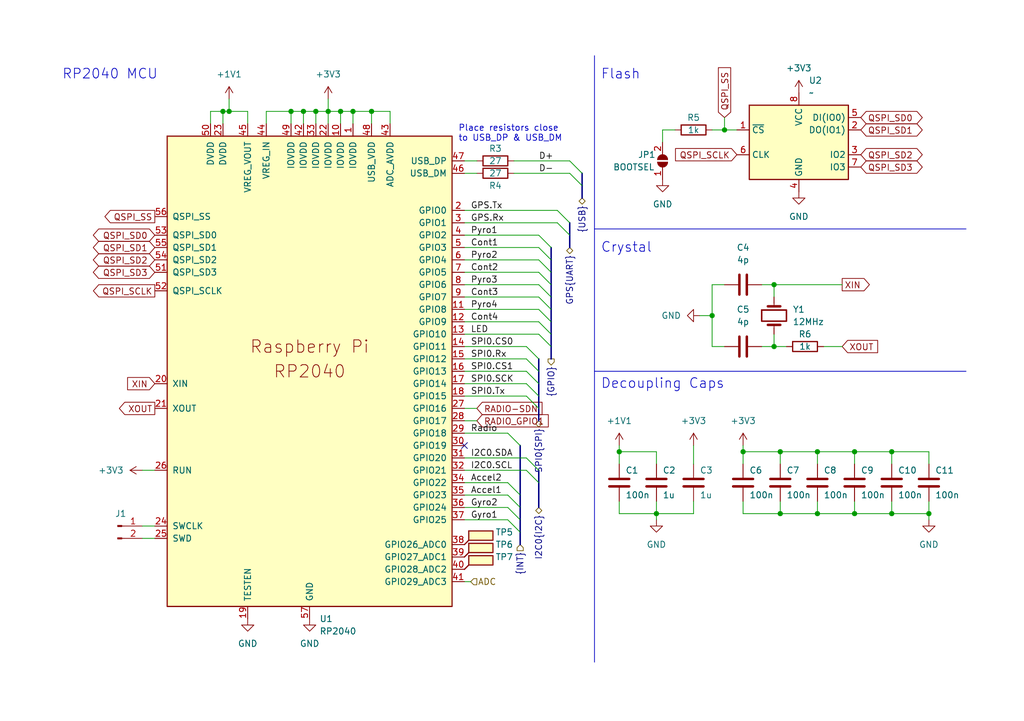
<source format=kicad_sch>
(kicad_sch (version 20230121) (generator eeschema)
  (paper "A5")
  (title_block (title "Phoenix - MPU") (comment 1 "2022/10/18 WH"))
  (lib_symbols
    (symbol "Connector:Conn_01x02_Male" (pin_names (offset 1.016) hide)
      (property "Reference" "J" (at 0 2.54 0))
      (property "Value" "Conn_01x02_Male" (at 0 -5.08 0))
      (symbol "Conn_01x02_Male_1_1"
        (polyline (pts (xy 1.27 -2.54) (xy 0.8636 -2.54)) (stroke (width 0.1524)))
        (polyline (pts (xy 1.27 0) (xy 0.8636 0)) (stroke (width 0.1524)))
        (rectangle (start 0.8636 -2.413) (end 0 -2.667) (stroke (width 0.1524)) (fill (type outline)))
        (rectangle (start 0.8636 0.127) (end 0 -0.127) (stroke (width 0.1524)) (fill (type outline)))
        (pin passive line (at 5.08 0 180) (length 3.81) (name "Pin_1") (number "1"))
        (pin passive line (at 5.08 -2.54 180) (length 3.81) (name "Pin_2") (number "2"))
      )
    )
    (symbol "Connector:TestPoint_Flag" (pin_numbers hide) (pin_names (offset 0.762) hide)
      (property "Reference" "TP" (at 3.429 1.778 0))
      (property "Value" "TestPoint_Flag" (at 3.302 4.191 0))
      (symbol "TestPoint_Flag_0_1"
        (polyline (pts (xy 0 0) (xy 0.889 0.889)) (stroke (width 0.254)))
        (rectangle (start 0.889 2.794) (end 5.842 0.889) (stroke (width 0.254)) (fill (type background)))
      )
      (symbol "TestPoint_Flag_1_1"
        (pin passive line (at 0 0 90) (length 0) (name "1") (number "1"))
      )
    )
    (symbol "Device:C" (pin_numbers hide) (pin_names (offset 0.254))
      (property "Reference" "C" (at 0.635 2.54 0))
      (property "Value" "C" (at 0.635 -2.54 0))
      (symbol "C_0_1"
        (polyline (pts (xy -2.032 -0.762) (xy 2.032 -0.762)) (stroke (width 0.508)))
        (polyline (pts (xy -2.032 0.762) (xy 2.032 0.762)) (stroke (width 0.508)))
      )
      (symbol "C_1_1"
        (pin passive line (at 0 3.81 270) (length 2.794) (name "~") (number "1"))
        (pin passive line (at 0 -3.81 90) (length 2.794) (name "~") (number "2"))
      )
    )
    (symbol "Device:Crystal" (pin_numbers hide) (pin_names (offset 1.016) hide)
      (property "Reference" "Y" (at 0 3.81 0))
      (property "Value" "Crystal" (at 0 -3.81 0))
      (symbol "Crystal_0_1"
        (rectangle (start -1.143 2.54) (end 1.143 -2.54) (stroke (width 0.3048)))
        (polyline (pts (xy -2.54 0) (xy -1.905 0)))
        (polyline (pts (xy -1.905 -1.27) (xy -1.905 1.27)) (stroke (width 0.508)))
        (polyline (pts (xy 1.905 -1.27) (xy 1.905 1.27)) (stroke (width 0.508)))
        (polyline (pts (xy 2.54 0) (xy 1.905 0)))
      )
      (symbol "Crystal_1_1"
        (pin passive line (at -3.81 0 0) (length 1.27) (name "1") (number "1"))
        (pin passive line (at 3.81 0 180) (length 1.27) (name "2") (number "2"))
      )
    )
    (symbol "Device:R" (pin_numbers hide) (pin_names (offset 0))
      (property "Reference" "R" (at 2.032 0 90))
      (property "Value" "R" (at 0 0 90))
      (symbol "R_0_1"
        (rectangle (start -1.016 -2.54) (end 1.016 2.54) (stroke (width 0.254)))
      )
      (symbol "R_1_1"
        (pin passive line (at 0 3.81 270) (length 1.27) (name "~") (number "1"))
        (pin passive line (at 0 -3.81 90) (length 1.27) (name "~") (number "2"))
      )
    )
    (symbol "Jumper:SolderJumper_2_Open" (pin_names (offset 0) hide)
      (property "Reference" "JP" (at 0 2.032 0))
      (property "Value" "SolderJumper_2_Open" (at 0 -2.54 0))
      (symbol "SolderJumper_2_Open_0_1"
        (arc (start -0.254 1.016) (mid -1.2656 0) (end -0.254 -1.016))
        (arc (start -0.254 1.016) (mid -1.2656 0) (end -0.254 -1.016) (fill (type outline)))
        (polyline (pts (xy -0.254 1.016) (xy -0.254 -1.016)))
        (polyline (pts (xy 0.254 1.016) (xy 0.254 -1.016)))
        (arc (start 0.254 -1.016) (mid 1.2656 0) (end 0.254 1.016))
        (arc (start 0.254 -1.016) (mid 1.2656 0) (end 0.254 1.016) (fill (type outline)))
      )
      (symbol "SolderJumper_2_Open_1_1"
        (pin passive line (at -3.81 0 0) (length 2.54) (name "A") (number "1"))
        (pin passive line (at 3.81 0 180) (length 2.54) (name "B") (number "2"))
      )
    )
    (symbol "Memory_Flash:W25Q32JVSS"
      (property "Reference" "U" (at -8.89 8.89 0))
      (property "Value" "W25Q32JVSS" (at 7.62 8.89 0))
      (symbol "W25Q32JVSS_0_1"
        (rectangle (start -10.16 7.62) (end 10.16 -7.62) (stroke (width 0.254)) (fill (type background)))
      )
      (symbol "W25Q32JVSS_1_1"
        (pin input line (at -12.7 2.54 0) (length 2.54) (name "~{CS}") (number "1"))
        (pin bidirectional line (at 12.7 2.54 180) (length 2.54) (name "DO(IO1)") (number "2"))
        (pin bidirectional line (at 12.7 -2.54 180) (length 2.54) (name "IO2") (number "3"))
        (pin power_in line (at 0 -10.16 90) (length 2.54) (name "GND") (number "4"))
        (pin bidirectional line (at 12.7 5.08 180) (length 2.54) (name "DI(IO0)") (number "5"))
        (pin input line (at -12.7 -2.54 0) (length 2.54) (name "CLK") (number "6"))
        (pin bidirectional line (at 12.7 -5.08 180) (length 2.54) (name "IO3") (number "7"))
        (pin power_in line (at 0 10.16 270) (length 2.54) (name "VCC") (number "8"))
      )
    )
    (symbol "YAR_MCU:RP2040" (pin_names (offset 1.016))
      (property "Reference" "U3" (at 2.0194 -50.8 0))
      (property "Value" "RP2040" (at 2.0194 -53.34 0))
      (symbol "RP2040_0_0"
        (text "Raspberry Pi" (at 0 5.08 0) (effects (font (size 2.54 2.54))))
        (text "RP2040" (at 0 0 0) (effects (font (size 2.54 2.54))))
      )
      (symbol "RP2040_0_1"
        (rectangle (start 29.21 48.26) (end -29.21 -48.26) (stroke (width 0.254)) (fill (type background)))
      )
      (symbol "RP2040_1_1"
        (pin power_in line (at 8.89 50.8 270) (length 2.54) (name "IOVDD") (number "1"))
        (pin power_in line (at 6.35 50.8 270) (length 2.54) (name "IOVDD") (number "10"))
        (pin bidirectional line (at 31.75 12.7 180) (length 2.54) (name "GPIO8") (number "11"))
        (pin bidirectional line (at 31.75 10.16 180) (length 2.54) (name "GPIO9") (number "12"))
        (pin bidirectional line (at 31.75 7.62 180) (length 2.54) (name "GPIO10") (number "13"))
        (pin bidirectional line (at 31.75 5.08 180) (length 2.54) (name "GPIO11") (number "14"))
        (pin bidirectional line (at 31.75 2.54 180) (length 2.54) (name "GPIO12") (number "15"))
        (pin bidirectional line (at 31.75 0 180) (length 2.54) (name "GPIO13") (number "16"))
        (pin bidirectional line (at 31.75 -2.54 180) (length 2.54) (name "GPIO14") (number "17"))
        (pin bidirectional line (at 31.75 -5.08 180) (length 2.54) (name "GPIO15") (number "18"))
        (pin passive line (at -12.7 -50.8 90) (length 2.54) (name "TESTEN") (number "19"))
        (pin bidirectional line (at 31.75 33.02 180) (length 2.54) (name "GPIO0") (number "2"))
        (pin input line (at -31.75 -2.54 0) (length 2.54) (name "XIN") (number "20"))
        (pin passive line (at -31.75 -7.62 0) (length 2.54) (name "XOUT") (number "21"))
        (pin power_in line (at 3.81 50.8 270) (length 2.54) (name "IOVDD") (number "22"))
        (pin power_in line (at -17.78 50.8 270) (length 2.54) (name "DVDD") (number "23"))
        (pin output line (at -31.75 -31.75 0) (length 2.54) (name "SWCLK") (number "24"))
        (pin bidirectional line (at -31.75 -34.29 0) (length 2.54) (name "SWD") (number "25"))
        (pin input line (at -31.75 -20.32 0) (length 2.54) (name "RUN") (number "26"))
        (pin bidirectional line (at 31.75 -7.62 180) (length 2.54) (name "GPIO16") (number "27"))
        (pin bidirectional line (at 31.75 -10.16 180) (length 2.54) (name "GPIO17") (number "28"))
        (pin bidirectional line (at 31.75 -12.7 180) (length 2.54) (name "GPIO18") (number "29"))
        (pin bidirectional line (at 31.75 30.48 180) (length 2.54) (name "GPIO1") (number "3"))
        (pin bidirectional line (at 31.75 -15.24 180) (length 2.54) (name "GPIO19") (number "30"))
        (pin bidirectional line (at 31.75 -17.78 180) (length 2.54) (name "GPIO20") (number "31"))
        (pin bidirectional line (at 31.75 -20.32 180) (length 2.54) (name "GPIO21") (number "32"))
        (pin power_in line (at 1.27 50.8 270) (length 2.54) (name "IOVDD") (number "33"))
        (pin bidirectional line (at 31.75 -22.86 180) (length 2.54) (name "GPIO22") (number "34"))
        (pin bidirectional line (at 31.75 -25.4 180) (length 2.54) (name "GPIO23") (number "35"))
        (pin bidirectional line (at 31.75 -27.94 180) (length 2.54) (name "GPIO24") (number "36"))
        (pin bidirectional line (at 31.75 -30.48 180) (length 2.54) (name "GPIO25") (number "37"))
        (pin bidirectional line (at 31.75 -35.56 180) (length 2.54) (name "GPIO26_ADC0") (number "38"))
        (pin bidirectional line (at 31.75 -38.1 180) (length 2.54) (name "GPIO27_ADC1") (number "39"))
        (pin bidirectional line (at 31.75 27.94 180) (length 2.54) (name "GPIO2") (number "4"))
        (pin bidirectional line (at 31.75 -40.64 180) (length 2.54) (name "GPIO28_ADC2") (number "40"))
        (pin bidirectional line (at 31.75 -43.18 180) (length 2.54) (name "GPIO29_ADC3") (number "41"))
        (pin power_in line (at -1.27 50.8 270) (length 2.54) (name "IOVDD") (number "42"))
        (pin power_in line (at 16.51 50.8 270) (length 2.54) (name "ADC_AVDD") (number "43"))
        (pin power_in line (at -8.89 50.8 270) (length 2.54) (name "VREG_IN") (number "44"))
        (pin power_out line (at -12.7 50.8 270) (length 2.54) (name "VREG_VOUT") (number "45"))
        (pin bidirectional line (at 31.75 40.64 180) (length 2.54) (name "USB_DM") (number "46"))
        (pin bidirectional line (at 31.75 43.18 180) (length 2.54) (name "USB_DP") (number "47"))
        (pin power_in line (at 12.7 50.8 270) (length 2.54) (name "USB_VDD") (number "48"))
        (pin power_in line (at -3.81 50.8 270) (length 2.54) (name "IOVDD") (number "49"))
        (pin bidirectional line (at 31.75 25.4 180) (length 2.54) (name "GPIO3") (number "5"))
        (pin power_in line (at -20.32 50.8 270) (length 2.54) (name "DVDD") (number "50"))
        (pin bidirectional line (at -31.75 20.32 0) (length 2.54) (name "QSPI_SD3") (number "51"))
        (pin output line (at -31.75 16.51 0) (length 2.54) (name "QSPI_SCLK") (number "52"))
        (pin bidirectional line (at -31.75 27.94 0) (length 2.54) (name "QSPI_SD0") (number "53"))
        (pin bidirectional line (at -31.75 22.86 0) (length 2.54) (name "QSPI_SD2") (number "54"))
        (pin bidirectional line (at -31.75 25.4 0) (length 2.54) (name "QSPI_SD1") (number "55"))
        (pin bidirectional line (at -31.75 31.75 0) (length 2.54) (name "QSPI_SS") (number "56"))
        (pin power_in line (at 0 -50.8 90) (length 2.54) (name "GND") (number "57"))
        (pin bidirectional line (at 31.75 22.86 180) (length 2.54) (name "GPIO4") (number "6"))
        (pin bidirectional line (at 31.75 20.32 180) (length 2.54) (name "GPIO5") (number "7"))
        (pin bidirectional line (at 31.75 17.78 180) (length 2.54) (name "GPIO6") (number "8"))
        (pin bidirectional line (at 31.75 15.24 180) (length 2.54) (name "GPIO7") (number "9"))
      )
    )
    (symbol "power:+1V1" (power) (pin_names (offset 0))
      (property "Value" "+1V1" (at 0 3.556 0))
      (symbol "+1V1_0_1"
        (polyline (pts (xy -0.762 1.27) (xy 0 2.54)))
        (polyline (pts (xy 0 0) (xy 0 2.54)))
        (polyline (pts (xy 0 2.54) (xy 0.762 1.27)))
      )
      (symbol "+1V1_1_1"
        (pin power_in line (at 0 0 90) (length 0) hide (name "+1V1") (number "1"))
      )
    )
    (symbol "power:+3.3V" (power) (pin_names (offset 0))
      (property "Value" "+3.3V" (at 0 3.556 0))
      (symbol "+3.3V_0_1"
        (polyline (pts (xy -0.762 1.27) (xy 0 2.54)))
        (polyline (pts (xy 0 0) (xy 0 2.54)))
        (polyline (pts (xy 0 2.54) (xy 0.762 1.27)))
      )
      (symbol "+3.3V_1_1"
        (pin power_in line (at 0 0 90) (length 0) hide (name "+3V3") (number "1"))
      )
    )
    (symbol "power:GND" (power) (pin_names (offset 0))
      (property "Value" "GND" (at 0 -3.81 0))
      (symbol "GND_0_1"
        (polyline (pts (xy 0 0) (xy 0 -1.27) (xy 1.27 -1.27) (xy 0 -2.54) (xy -1.27 -1.27) (xy 0 -1.27)))
      )
      (symbol "GND_1_1"
        (pin power_in line (at 0 0 270) (length 0) hide (name "GND") (number "1"))
      )
    )
  )
  (bus_alias "GPIO" (members "Pyro[1..4]" "ADC[0..2]" "GPIO[15..18]" "Cont[1..4]" "LED"))
  (junction (at 76.2 22.86))
  (junction (at 45.72 22.86))
  (junction (at 59.69 22.86))
  (junction (at 167.64 92.71))
  (junction (at 190.5 105.41))
  (junction (at 182.88 92.71))
  (junction (at 158.75 58.42))
  (junction (at 152.4 92.71))
  (junction (at 175.26 105.41))
  (junction (at 127 92.71))
  (junction (at 146.05 64.77))
  (junction (at 134.62 105.41))
  (junction (at 160.02 105.41))
  (junction (at 158.75 71.12))
  (junction (at 67.31 22.86))
  (junction (at 148.59 26.67))
  (junction (at 182.88 105.41))
  (junction (at 160.02 92.71))
  (junction (at 62.23 22.86))
  (junction (at 64.77 22.86))
  (junction (at 72.39 22.86))
  (junction (at 69.85 22.86))
  (junction (at 175.26 92.71))
  (junction (at 167.64 105.41))
  (junction (at 46.99 22.86))
  (no_connect (at 95.25 91.44))
  (bus_entry (at 113.03 55.88) (size -2.54 -2.54))
  (bus_entry (at 106.68 91.44) (size -2.54 -2.54))
  (bus_entry (at 114.3 43.18) (size 2.54 2.54))
  (bus_entry (at 114.3 45.72) (size 2.54 2.54))
  (bus_entry (at 110.49 78.74) (size -2.54 -2.54))
  (bus_entry (at 106.68 109.22) (size -2.54 -2.54))
  (bus_entry (at 113.03 63.5) (size -2.54 -2.54))
  (bus_entry (at 106.68 101.6) (size -2.54 -2.54))
  (bus_entry (at 113.03 53.34) (size -2.54 -2.54))
  (bus_entry (at 113.03 60.96) (size -2.54 -2.54))
  (bus_entry (at 116.84 33.02) (size 2.54 2.54))
  (bus_entry (at 116.84 35.56) (size 2.54 2.54))
  (bus_entry (at 106.68 104.14) (size -2.54 -2.54))
  (bus_entry (at 110.49 81.28) (size -2.54 -2.54))
  (bus_entry (at 110.49 73.66) (size -2.54 -2.54))
  (bus_entry (at 113.03 71.12) (size -2.54 -2.54))
  (bus_entry (at 110.49 76.2) (size -2.54 -2.54))
  (bus_entry (at 113.03 66.04) (size -2.54 -2.54))
  (bus_entry (at 110.49 99.06) (size -2.54 -2.54))
  (bus_entry (at 110.49 96.52) (size -2.54 -2.54))
  (bus_entry (at 113.03 68.58) (size -2.54 -2.54))
  (bus_entry (at 106.68 106.68) (size -2.54 -2.54))
  (bus_entry (at 113.03 50.8) (size -2.54 -2.54))
  (bus_entry (at 110.49 83.82) (size -2.54 -2.54))
  (bus_entry (at 113.03 58.42) (size -2.54 -2.54))
  (wire (pts (xy 152.4 92.71) (xy 160.02 92.71)))
  (wire (pts (xy 134.62 92.71) (xy 134.62 95.25)))
  (polyline (pts (xy 121.92 11.43) (xy 121.92 135.89)))
  (wire (pts (xy 182.88 105.41) (xy 190.5 105.41)))
  (wire (pts (xy 95.25 71.12) (xy 107.95 71.12)))
  (wire (pts (xy 46.99 22.86) (xy 45.72 22.86)))
  (wire (pts (xy 156.21 71.12) (xy 158.75 71.12)))
  (wire (pts (xy 76.2 22.86) (xy 76.2 25.4)))
  (wire (pts (xy 95.25 99.06) (xy 104.14 99.06)))
  (wire (pts (xy 182.88 92.71) (xy 190.5 92.71)))
  (bus (pts (xy 113.03 63.5) (xy 113.03 66.04)))
  (wire (pts (xy 146.05 58.42) (xy 146.05 64.77)))
  (wire (pts (xy 72.39 22.86) (xy 76.2 22.86)))
  (wire (pts (xy 95.25 93.98) (xy 107.95 93.98)))
  (bus (pts (xy 106.68 101.6) (xy 106.68 104.14)))
  (wire (pts (xy 160.02 92.71) (xy 167.64 92.71)))
  (wire (pts (xy 127 105.41) (xy 127 102.87)))
  (wire (pts (xy 95.25 73.66) (xy 107.95 73.66)))
  (bus (pts (xy 113.03 68.58) (xy 113.03 71.12)))
  (wire (pts (xy 95.25 33.02) (xy 97.79 33.02)))
  (wire (pts (xy 190.5 106.68) (xy 190.5 105.41)))
  (wire (pts (xy 95.25 50.8) (xy 110.49 50.8)))
  (wire (pts (xy 76.2 22.86) (xy 80.01 22.86)))
  (wire (pts (xy 95.25 86.36) (xy 97.79 86.36)))
  (polyline (pts (xy 198.12 76.2) (xy 121.92 76.2)))
  (wire (pts (xy 95.25 88.9) (xy 104.14 88.9)))
  (wire (pts (xy 134.62 105.41) (xy 142.24 105.41)))
  (wire (pts (xy 160.02 102.87) (xy 160.02 105.41)))
  (wire (pts (xy 158.75 58.42) (xy 172.72 58.42)))
  (wire (pts (xy 175.26 102.87) (xy 175.26 105.41)))
  (bus (pts (xy 113.03 50.8) (xy 113.03 53.34)))
  (wire (pts (xy 69.85 22.86) (xy 69.85 25.4)))
  (bus (pts (xy 110.49 83.82) (xy 110.49 86.36)))
  (wire (pts (xy 43.18 25.4) (xy 43.18 22.86)))
  (wire (pts (xy 138.43 26.67) (xy 135.89 26.67)))
  (wire (pts (xy 142.24 105.41) (xy 142.24 102.87)))
  (wire (pts (xy 158.75 71.12) (xy 161.29 71.12)))
  (wire (pts (xy 135.89 26.67) (xy 135.89 29.21)))
  (wire (pts (xy 152.4 92.71) (xy 152.4 95.25)))
  (wire (pts (xy 95.25 76.2) (xy 107.95 76.2)))
  (wire (pts (xy 43.18 22.86) (xy 45.72 22.86)))
  (wire (pts (xy 167.64 105.41) (xy 175.26 105.41)))
  (wire (pts (xy 182.88 92.71) (xy 182.88 95.25)))
  (wire (pts (xy 105.41 33.02) (xy 116.84 33.02)))
  (bus (pts (xy 110.49 78.74) (xy 110.49 81.28)))
  (wire (pts (xy 160.02 105.41) (xy 167.64 105.41)))
  (wire (pts (xy 95.25 78.74) (xy 107.95 78.74)))
  (wire (pts (xy 158.75 60.96) (xy 158.75 58.42)))
  (wire (pts (xy 95.25 104.14) (xy 104.14 104.14)))
  (wire (pts (xy 175.26 92.71) (xy 175.26 95.25)))
  (bus (pts (xy 110.49 96.52) (xy 110.49 99.06)))
  (wire (pts (xy 50.8 22.86) (xy 46.99 22.86)))
  (wire (pts (xy 95.25 106.68) (xy 104.14 106.68)))
  (wire (pts (xy 167.64 92.71) (xy 167.64 95.25)))
  (bus (pts (xy 110.49 76.2) (xy 110.49 78.74)))
  (bus (pts (xy 110.49 99.06) (xy 110.49 104.14)))
  (wire (pts (xy 69.85 22.86) (xy 72.39 22.86)))
  (wire (pts (xy 142.24 91.44) (xy 142.24 95.25)))
  (bus (pts (xy 110.49 73.66) (xy 110.49 76.2)))
  (bus (pts (xy 119.38 38.1) (xy 119.38 40.64)))
  (bus (pts (xy 113.03 53.34) (xy 113.03 55.88)))
  (polyline (pts (xy 121.92 46.99) (xy 198.12 46.99)))
  (wire (pts (xy 127 92.71) (xy 127 95.25)))
  (bus (pts (xy 113.03 55.88) (xy 113.03 58.42)))
  (wire (pts (xy 50.8 25.4) (xy 50.8 22.86)))
  (wire (pts (xy 143.51 64.77) (xy 146.05 64.77)))
  (wire (pts (xy 146.05 64.77) (xy 146.05 71.12)))
  (wire (pts (xy 29.21 110.49) (xy 31.75 110.49)))
  (wire (pts (xy 146.05 71.12) (xy 148.59 71.12)))
  (wire (pts (xy 62.23 22.86) (xy 64.77 22.86)))
  (wire (pts (xy 127 92.71) (xy 134.62 92.71)))
  (wire (pts (xy 95.25 45.72) (xy 114.3 45.72)))
  (wire (pts (xy 167.64 102.87) (xy 167.64 105.41)))
  (wire (pts (xy 95.25 101.6) (xy 104.14 101.6)))
  (wire (pts (xy 105.41 35.56) (xy 116.84 35.56)))
  (wire (pts (xy 62.23 22.86) (xy 62.23 25.4)))
  (wire (pts (xy 95.25 63.5) (xy 110.49 63.5)))
  (wire (pts (xy 182.88 102.87) (xy 182.88 105.41)))
  (wire (pts (xy 152.4 105.41) (xy 160.02 105.41)))
  (bus (pts (xy 116.84 48.26) (xy 116.84 50.8)))
  (wire (pts (xy 95.25 96.52) (xy 107.95 96.52)))
  (wire (pts (xy 134.62 102.87) (xy 134.62 105.41)))
  (wire (pts (xy 59.69 22.86) (xy 62.23 22.86)))
  (wire (pts (xy 167.64 92.71) (xy 175.26 92.71)))
  (wire (pts (xy 64.77 22.86) (xy 67.31 22.86)))
  (wire (pts (xy 95.25 68.58) (xy 110.49 68.58)))
  (bus (pts (xy 116.84 45.72) (xy 116.84 48.26)))
  (bus (pts (xy 113.03 71.12) (xy 113.03 73.66)))
  (wire (pts (xy 190.5 92.71) (xy 190.5 95.25)))
  (wire (pts (xy 175.26 92.71) (xy 182.88 92.71)))
  (wire (pts (xy 59.69 25.4) (xy 59.69 22.86)))
  (bus (pts (xy 113.03 60.96) (xy 113.03 63.5)))
  (wire (pts (xy 95.25 60.96) (xy 110.49 60.96)))
  (bus (pts (xy 106.68 91.44) (xy 106.68 101.6)))
  (wire (pts (xy 148.59 24.13) (xy 148.59 26.67)))
  (wire (pts (xy 168.91 71.12) (xy 172.72 71.12)))
  (wire (pts (xy 67.31 22.86) (xy 67.31 25.4)))
  (bus (pts (xy 110.49 81.28) (xy 110.49 83.82)))
  (wire (pts (xy 127 91.44) (xy 127 92.71)))
  (wire (pts (xy 95.25 66.04) (xy 110.49 66.04)))
  (wire (pts (xy 45.72 22.86) (xy 45.72 25.4)))
  (wire (pts (xy 152.4 102.87) (xy 152.4 105.41)))
  (wire (pts (xy 95.25 83.82) (xy 97.79 83.82)))
  (wire (pts (xy 156.21 58.42) (xy 158.75 58.42)))
  (wire (pts (xy 175.26 105.41) (xy 182.88 105.41)))
  (wire (pts (xy 148.59 26.67) (xy 151.13 26.67)))
  (wire (pts (xy 67.31 22.86) (xy 69.85 22.86)))
  (wire (pts (xy 95.25 119.38) (xy 96.52 119.38)))
  (wire (pts (xy 54.61 25.4) (xy 54.61 22.86)))
  (bus (pts (xy 119.38 35.56) (xy 119.38 38.1)))
  (bus (pts (xy 113.03 66.04) (xy 113.03 68.58)))
  (wire (pts (xy 152.4 91.44) (xy 152.4 92.71)))
  (bus (pts (xy 113.03 58.42) (xy 113.03 60.96)))
  (bus (pts (xy 106.68 109.22) (xy 106.68 111.76)))
  (wire (pts (xy 95.25 43.18) (xy 114.3 43.18)))
  (wire (pts (xy 54.61 22.86) (xy 59.69 22.86)))
  (wire (pts (xy 95.25 81.28) (xy 107.95 81.28)))
  (wire (pts (xy 95.25 35.56) (xy 97.79 35.56)))
  (wire (pts (xy 64.77 22.86) (xy 64.77 25.4)))
  (wire (pts (xy 46.99 20.32) (xy 46.99 22.86)))
  (wire (pts (xy 95.25 48.26) (xy 110.49 48.26)))
  (wire (pts (xy 158.75 68.58) (xy 158.75 71.12)))
  (wire (pts (xy 134.62 105.41) (xy 134.62 106.68)))
  (wire (pts (xy 80.01 22.86) (xy 80.01 25.4)))
  (wire (pts (xy 29.21 96.52) (xy 31.75 96.52)))
  (wire (pts (xy 29.21 107.95) (xy 31.75 107.95)))
  (wire (pts (xy 95.25 53.34) (xy 110.49 53.34)))
  (wire (pts (xy 148.59 58.42) (xy 146.05 58.42)))
  (wire (pts (xy 67.31 20.32) (xy 67.31 22.86)))
  (wire (pts (xy 146.05 26.67) (xy 148.59 26.67)))
  (wire (pts (xy 190.5 102.87) (xy 190.5 105.41)))
  (wire (pts (xy 95.25 58.42) (xy 110.49 58.42)))
  (wire (pts (xy 160.02 92.71) (xy 160.02 95.25)))
  (bus (pts (xy 106.68 104.14) (xy 106.68 106.68)))
  (wire (pts (xy 95.25 55.88) (xy 110.49 55.88)))
  (wire (pts (xy 72.39 22.86) (xy 72.39 25.4)))
  (wire (pts (xy 134.62 105.41) (xy 127 105.41)))
  (bus (pts (xy 106.68 106.68) (xy 106.68 109.22)))
  (text "Crystal\n" (at 123.19 52.07 0) (effects (font (size 2 2)) (justify left bottom)))
  (text "Flash" (at 123.19 16.51 0) (effects (font (size 2 2)) (justify left bottom)))
  (text "Decoupling Caps" (at 123.19 80.01 0) (effects (font (size 2 2)) (justify left bottom)))
  (text "Place resistors close \nto USB_DP & USB_DM" (at 93.98 29.21 0) (effects (font (size 1.27 1.27)) (justify left bottom)))
  (text "RP2040 MCU" (at 12.7 16.51 0) (effects (font (size 2 2)) (justify left bottom)))
  (label "SPI0.Tx" (at 96.52 81.28 0))
  (label "I2C0.SCL" (at 96.52 96.52 0))
  (label "SPI0.CS0" (at 96.52 71.12 0))
  (label "Pyro4" (at 96.52 63.5 0))
  (label "Radio" (at 96.52 88.9 0))
  (label "Accel2" (at 96.52 99.06 0))
  (label "Cont1" (at 96.52 50.8 0))
  (label "SPI0.SCK" (at 96.52 78.74 0))
  (label "Pyro3" (at 96.52 58.42 0))
  (label "GPS.Tx" (at 96.52 43.18 0))
  (label "I2C0.SDA" (at 96.52 93.98 0))
  (label "D+" (at 110.49 33.02 0))
  (label "LED" (at 96.52 68.58 0))
  (label "D-" (at 110.49 35.56 0))
  (label "Pyro2" (at 96.52 53.34 0))
  (label "SPI0.Rx" (at 96.52 73.66 0))
  (label "Gyro1" (at 96.52 106.68 0))
  (label "Gyro2" (at 96.52 104.14 0))
  (label "SPI0.CS1" (at 96.52 76.2 0))
  (label "Accel1" (at 96.52 101.6 0))
  (label "Cont2" (at 96.52 55.88 0))
  (label "Cont3" (at 96.52 60.96 0))
  (label "Pyro1" (at 96.52 48.26 0))
  (label "GPS.Rx" (at 96.52 45.72 0))
  (label "Cont4" (at 96.52 66.04 0))
  (global_label "RADIO_GPIO1" (shape input) (at 97.79 86.36 0) (property "Intersheetrefs" "${INTERSHEET_REFS}" (effects hide)))
  (global_label "XOUT" (shape output) (at 31.75 83.82 180) (property "Intersheetrefs" "${INTERSHEET_REFS}" (effects hide)))
  (global_label "QSPI_SD3" (shape bidirectional) (at 31.75 55.88 180) (property "Intersheetrefs" "${INTERSHEET_REFS}" (effects hide)))
  (global_label "XIN" (shape input) (at 31.75 78.74 180) (property "Intersheetrefs" "${INTERSHEET_REFS}" (effects hide)))
  (global_label "QSPI_SD1" (shape bidirectional) (at 176.53 26.67 0) (property "Intersheetrefs" "${INTERSHEET_REFS}" (effects hide)))
  (global_label "QSPI_SD2" (shape bidirectional) (at 31.75 53.34 180) (property "Intersheetrefs" "${INTERSHEET_REFS}" (effects hide)))
  (global_label "QSPI_SCLK" (shape input) (at 151.13 31.75 180) (property "Intersheetrefs" "${INTERSHEET_REFS}" (effects hide)))
  (global_label "QSPI_SS" (shape input) (at 148.59 24.13 90) (property "Intersheetrefs" "${INTERSHEET_REFS}" (effects hide)))
  (global_label "QSPI_SD3" (shape bidirectional) (at 176.53 34.29 0) (property "Intersheetrefs" "${INTERSHEET_REFS}" (effects hide)))
  (global_label "QSPI_SS" (shape output) (at 31.75 44.45 180) (property "Intersheetrefs" "${INTERSHEET_REFS}" (effects hide)))
  (global_label "QSPI_SD0" (shape bidirectional) (at 176.53 24.13 0) (property "Intersheetrefs" "${INTERSHEET_REFS}" (effects hide)))
  (global_label "QSPI_SCLK" (shape output) (at 31.75 59.69 180) (property "Intersheetrefs" "${INTERSHEET_REFS}" (effects hide)))
  (global_label "QSPI_SD2" (shape bidirectional) (at 176.53 31.75 0) (property "Intersheetrefs" "${INTERSHEET_REFS}" (effects hide)))
  (global_label "QSPI_SD1" (shape bidirectional) (at 31.75 50.8 180) (property "Intersheetrefs" "${INTERSHEET_REFS}" (effects hide)))
  (global_label "XIN" (shape output) (at 172.72 58.42 0) (property "Intersheetrefs" "${INTERSHEET_REFS}" (effects hide)))
  (global_label "XOUT" (shape input) (at 172.72 71.12 0) (property "Intersheetrefs" "${INTERSHEET_REFS}" (effects hide)))
  (global_label "RADIO-SDN" (shape input) (at 97.79 83.82 0) (property "Intersheetrefs" "${INTERSHEET_REFS}" (effects hide)))
  (global_label "QSPI_SD0" (shape bidirectional) (at 31.75 48.26 180) (property "Intersheetrefs" "${INTERSHEET_REFS}" (effects hide)))
  (hierarchical_label "{INT}" (shape input) (at 106.68 111.76 270))
  (hierarchical_label "{USB}" (shape bidirectional) (at 119.38 40.64 270))
  (hierarchical_label "GPS{UART}" (shape bidirectional) (at 116.84 50.8 270))
  (hierarchical_label "I2C0{I2C}" (shape bidirectional) (at 110.49 104.14 270))
  (hierarchical_label "ADC" (shape input) (at 96.52 119.38 0))
  (hierarchical_label "SPI0{SPI}" (shape bidirectional) (at 110.49 86.36 270))
  (hierarchical_label "{GPIO}" (shape output) (at 113.03 73.66 270))
  (symbol (lib_id "power:GND") (at 190.5 106.68 0) (unit 1)
    (property "Reference" "#PWR021" (effects hide))
    (property "Value" "GND" (at 190.5 111.76 0))
  )
  (symbol (lib_id "Device:C") (at 160.02 99.06 0) (unit 1)
    (property "Reference" "C7" (at 161.29 96.52 0) (effects (justify left)))
    (property "Value" "100n" (at 161.29 101.6 0) (effects (justify left)))
    (property "Footprint" "Capacitor_SMD:C_0603_1608Metric" (effects hide))
    (property "LCSC" "C14663" (effects hide))
    (property "JLC" "0603" (effects hide))
  )
  (symbol (lib_id "power:+3.3V") (at 152.4 91.44 0) (unit 1)
    (property "Reference" "#PWR018" (effects hide))
    (property "Value" "+3.3V" (at 152.4 86.36 0))
  )
  (symbol (lib_id "Device:R") (at 165.1 71.12 90) (unit 1)
    (property "Reference" "R6" (at 165.1 68.58 90))
    (property "Value" "1k" (at 165.1 71.12 90))
    (property "Footprint" "Resistor_SMD:R_0603_1608Metric" (effects hide))
    (property "JLC" "0603" (effects hide))
    (property "LCSC" "C21190" (effects hide))
  )
  (symbol (lib_id "Device:C") (at 152.4 71.12 90) (unit 1)
    (property "Reference" "C5" (at 152.4 63.5 90))
    (property "Value" "4p" (at 152.4 66.04 90))
    (property "Footprint" "Capacitor_SMD:C_0603_1608Metric" (effects hide))
    (property "LCSC" "C2312234" (effects hide))
    (property "JLC" "0603" (effects hide))
  )
  (symbol (lib_id "power:+1V1") (at 46.99 20.32 0) (unit 1)
    (property "Reference" "#PWR09" (effects hide))
    (property "Value" "+1V1" (at 46.99 15.24 0))
  )
  (symbol (lib_id "Connector:TestPoint_Flag") (at 95.25 114.3 0) (unit 1)
    (property "Reference" "TP6" (at 101.6 111.76 0) (effects (justify left)))
    (property "Value" "TestPoint_Flag" (effects hide))
    (property "Footprint" "TestPoint:TestPoint_Pad_D1.5mm" (effects hide))
  )
  (symbol (lib_id "power:+3.3V") (at 163.83 19.05 0) (unit 1)
    (property "Reference" "#PWR019" (effects hide))
    (property "Value" "+3.3V" (at 163.83 13.97 0))
  )
  (symbol (lib_id "Device:C") (at 142.24 99.06 0) (unit 1)
    (property "Reference" "C3" (at 143.51 96.52 0) (effects (justify left)))
    (property "Value" "1u" (at 143.51 101.6 0) (effects (justify left)))
    (property "Footprint" "Capacitor_SMD:C_0603_1608Metric" (effects hide))
    (property "LCSC" "C23969" (effects hide))
    (property "JLC" "0603" (effects hide))
  )
  (symbol (lib_id "Device:C") (at 152.4 99.06 0) (unit 1)
    (property "Reference" "C6" (at 153.67 96.52 0) (effects (justify left)))
    (property "Value" "100n" (at 153.67 101.6 0) (effects (justify left)))
    (property "Footprint" "Capacitor_SMD:C_0603_1608Metric" (effects hide))
    (property "LCSC" "C14663" (effects hide))
    (property "JLC" "0603" (effects hide))
  )
  (symbol (lib_id "power:+3.3V") (at 29.21 96.52 90) (unit 1)
    (property "Reference" "#PWR08" (effects hide))
    (property "Value" "+3.3V" (at 25.4 96.5199 90) (effects (justify left)))
  )
  (symbol (lib_id "Device:C") (at 182.88 99.06 0) (unit 1)
    (property "Reference" "C10" (at 184.15 96.52 0) (effects (justify left)))
    (property "Value" "100n" (at 184.15 101.6 0) (effects (justify left)))
    (property "Footprint" "Capacitor_SMD:C_0603_1608Metric" (effects hide))
    (property "LCSC" "C14663" (effects hide))
    (property "JLC" "0603" (effects hide))
  )
  (symbol (lib_id "power:GND") (at 135.89 36.83 0) (unit 1)
    (property "Reference" "#PWR015" (effects hide))
    (property "Value" "GND" (at 135.89 41.91 0))
  )
  (symbol (lib_id "Device:R") (at 101.6 33.02 90) (unit 1)
    (property "Reference" "R3" (at 101.6 30.48 90))
    (property "Value" "27" (at 101.6 33.02 90))
    (property "Footprint" "Resistor_SMD:R_0603_1608Metric_Pad0.98x0.95mm_HandSolder" (effects hide))
    (property "JLC" "0603" (effects hide))
    (property "LCSC" "C25190" (effects hide))
  )
  (symbol (lib_id "Connector:TestPoint_Flag") (at 95.25 111.76 0) (unit 1)
    (property "Reference" "TP5" (at 101.6 109.22 0) (effects (justify left)))
    (property "Value" "TestPoint_Flag" (effects hide))
    (property "Footprint" "TestPoint:TestPoint_Pad_D1.5mm" (effects hide))
  )
  (symbol (lib_id "Memory_Flash:W25Q32JVSS") (at 163.83 29.21 0) (unit 1)
    (property "Reference" "U2" (at 165.8494 16.51 0) (effects (justify left)))
    (property "Value" "~" (at 165.8494 19.05 0) (effects (justify left)))
    (property "Footprint" "Package_SO:SOIC-8_5.23x5.23mm_P1.27mm" (effects hide))
    (property "Datasheet" "http://www.winbond.com/resource-files/w25q32jv%20revg%2003272018%20plus.pdf" (effects hide))
    (property "JLC" "SOP-8_5.2x5.3x1.27P" (effects hide))
    (property "LCSC" "C83140" (effects hide))
  )
  (symbol (lib_id "power:GND") (at 163.83 39.37 0) (unit 1)
    (property "Reference" "#PWR020" (effects hide))
    (property "Value" "GND" (at 163.83 44.45 0))
  )
  (symbol (lib_id "power:+3.3V") (at 67.31 20.32 0) (unit 1)
    (property "Reference" "#PWR012" (effects hide))
    (property "Value" "+3.3V" (at 67.31 15.24 0))
  )
  (symbol (lib_id "Device:R") (at 101.6 35.56 90) (unit 1)
    (property "Reference" "R4" (at 101.6 38.1 90))
    (property "Value" "27" (at 101.6 35.56 90))
    (property "Footprint" "Resistor_SMD:R_0603_1608Metric_Pad0.98x0.95mm_HandSolder" (effects hide))
    (property "JLC" "0603" (effects hide))
    (property "LCSC" "C25190" (effects hide))
  )
  (symbol (lib_id "Connector:TestPoint_Flag") (at 95.25 116.84 0) (unit 1)
    (property "Reference" "TP7" (at 101.6 114.3 0) (effects (justify left)))
    (property "Value" "TestPoint_Flag" (effects hide))
    (property "Footprint" "TestPoint:TestPoint_Pad_D1.5mm" (effects hide))
  )
  (symbol (lib_id "power:GND") (at 63.5 127 0) (unit 1)
    (property "Reference" "#PWR011" (effects hide))
    (property "Value" "GND" (at 63.5 132.08 0))
  )
  (symbol (lib_id "Device:R") (at 142.24 26.67 90) (unit 1)
    (property "Reference" "R5" (at 142.24 24.13 90))
    (property "Value" "1k" (at 142.24 26.67 90))
    (property "Footprint" "Resistor_SMD:R_0603_1608Metric" (effects hide))
    (property "JLC" "0603" (effects hide))
    (property "LCSC" "C21190" (effects hide))
  )
  (symbol (lib_id "power:+1V1") (at 127 91.44 0) (unit 1)
    (property "Reference" "#PWR013" (effects hide))
    (property "Value" "+1V1" (at 127 86.36 0))
  )
  (symbol (lib_id "power:GND") (at 50.8 127 0) (unit 1)
    (property "Reference" "#PWR010" (effects hide))
    (property "Value" "GND" (at 50.8 132.08 0))
  )
  (symbol (lib_id "Device:C") (at 167.64 99.06 0) (unit 1)
    (property "Reference" "C8" (at 168.91 96.52 0) (effects (justify left)))
    (property "Value" "100n" (at 168.91 101.6 0) (effects (justify left)))
    (property "Footprint" "Capacitor_SMD:C_0603_1608Metric" (effects hide))
    (property "LCSC" "C14663" (effects hide))
    (property "JLC" "0603" (effects hide))
  )
  (symbol (lib_id "Device:C") (at 134.62 99.06 0) (unit 1)
    (property "Reference" "C2" (at 135.89 96.52 0) (effects (justify left)))
    (property "Value" "1u" (at 135.89 101.6 0) (effects (justify left)))
    (property "Footprint" "Capacitor_SMD:C_0603_1608Metric" (effects hide))
    (property "LCSC" "C23969" (effects hide))
    (property "JLC" "0603" (effects hide))
  )
  (symbol (lib_id "Device:C") (at 127 99.06 0) (unit 1)
    (property "Reference" "C1" (at 128.27 96.52 0) (effects (justify left)))
    (property "Value" "100n" (at 128.27 101.6 0) (effects (justify left)))
    (property "Footprint" "Capacitor_SMD:C_0603_1608Metric" (effects hide))
    (property "LCSC" "C14663" (effects hide))
    (property "JLC" "0603" (effects hide))
  )
  (symbol (lib_id "Connector:Conn_01x02_Male") (at 24.13 107.95 0) (unit 1)
    (property "Reference" "J1" (at 24.765 105.41 0))
    (property "Value" "Conn_01x02_Male" (effects hide))
    (property "Footprint" "Connector_PinHeader_2.54mm:PinHeader_1x02_P2.54mm_Vertical" (effects hide))
  )
  (symbol (lib_id "Device:C") (at 190.5 99.06 0) (unit 1)
    (property "Reference" "C11" (at 191.77 96.52 0) (effects (justify left)))
    (property "Value" "100n" (at 191.77 101.6 0) (effects (justify left)))
    (property "Footprint" "Capacitor_SMD:C_0603_1608Metric" (effects hide))
    (property "LCSC" "C14663" (effects hide))
    (property "JLC" "0603" (effects hide))
  )
  (symbol (lib_id "Jumper:SolderJumper_2_Open") (at 135.89 33.02 90) (unit 1)
    (property "Reference" "JP1" (at 130.81 31.75 90) (effects (justify right)))
    (property "Value" "BOOTSEL" (at 125.73 34.29 90) (effects (justify right)))
    (property "Footprint" "Button_Switch_SMD:SW_SPST_B3U-1000P" (effects hide))
    (property "JLC" "-" (effects hide))
    (property "LCSC" "-" (effects hide))
  )
  (symbol (lib_id "Device:C") (at 175.26 99.06 0) (unit 1)
    (property "Reference" "C9" (at 176.53 96.52 0) (effects (justify left)))
    (property "Value" "100n" (at 176.53 101.6 0) (effects (justify left)))
    (property "Footprint" "Capacitor_SMD:C_0603_1608Metric" (effects hide))
    (property "LCSC" "C14663" (effects hide))
    (property "JLC" "0603" (effects hide))
  )
  (symbol (lib_id "power:GND") (at 143.51 64.77 270) (unit 1)
    (property "Reference" "#PWR017" (effects hide))
    (property "Value" "GND" (at 139.7 64.7699 90) (effects (justify right)))
  )
  (symbol (lib_id "Device:C") (at 152.4 58.42 90) (unit 1)
    (property "Reference" "C4" (at 152.4 50.8 90))
    (property "Value" "4p" (at 152.4 53.34 90))
    (property "Footprint" "Capacitor_SMD:C_0603_1608Metric" (effects hide))
    (property "LCSC" "C2312234" (effects hide))
    (property "JLC" "0603" (effects hide))
  )
  (symbol (lib_id "Device:Crystal") (at 158.75 64.77 90) (unit 1)
    (property "Reference" "Y1" (at 162.56 63.4999 90) (effects (justify right)))
    (property "Value" "12MHz" (at 162.56 66.0399 90) (effects (justify right)))
    (property "Footprint" "Crystal:Crystal_SMD_5032-2Pin_5.0x3.2mm" (effects hide))
    (property "LCSC" "C90884" (effects hide))
    (property "JLC" "5032" (effects hide))
  )
  (symbol (lib_id "power:GND") (at 134.62 106.68 0) (unit 1)
    (property "Reference" "#PWR014" (effects hide))
    (property "Value" "GND" (at 134.62 111.76 0))
  )
  (symbol (lib_id "power:+3.3V") (at 142.24 91.44 0) (unit 1)
    (property "Reference" "#PWR016" (effects hide))
    (property "Value" "+3.3V" (at 142.24 86.36 0))
  )
  (symbol (lib_id "YAR_MCU:RP2040") (at 63.5 76.2 0) (unit 1)
    (property "Reference" "U1" (at 65.5194 127 0) (effects (justify left)))
    (property "Value" "RP2040" (at 65.5194 129.54 0) (effects (justify left)))
    (property "Footprint" "YAR_MCU:RP2040-QFN-56_HS" (effects hide))
    (property "LCSC" "C2040" (effects hide))
    (property "JLC" "LQFN-56_EP_7.0x7.0x0.4P" (effects hide))
  )
)
</source>
